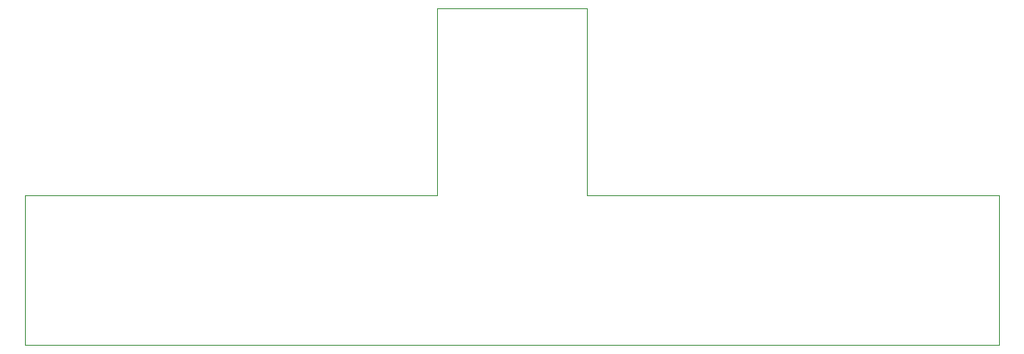
<source format=gbr>
%TF.GenerationSoftware,KiCad,Pcbnew,7.0.2-0*%
%TF.CreationDate,2023-09-22T13:16:16+12:00*%
%TF.ProjectId,SensorBoard,53656e73-6f72-4426-9f61-72642e6b6963,rev?*%
%TF.SameCoordinates,PX60e4b00PY48ab840*%
%TF.FileFunction,Profile,NP*%
%FSLAX46Y46*%
G04 Gerber Fmt 4.6, Leading zero omitted, Abs format (unit mm)*
G04 Created by KiCad (PCBNEW 7.0.2-0) date 2023-09-22 13:16:16*
%MOMM*%
%LPD*%
G01*
G04 APERTURE LIST*
%TA.AperFunction,Profile*%
%ADD10C,0.100000*%
%TD*%
G04 APERTURE END LIST*
D10*
X0Y15240000D02*
X0Y0D01*
X99060000Y15240000D02*
X57150000Y15240000D01*
X0Y0D02*
X99060000Y0D01*
X57150000Y15240000D02*
X57150000Y34290000D01*
X41910000Y15240000D02*
X0Y15240000D01*
X41910000Y34290000D02*
X41910000Y15240000D01*
X99060000Y0D02*
X99060000Y15240000D01*
X57150000Y34290000D02*
X41910000Y34290000D01*
M02*

</source>
